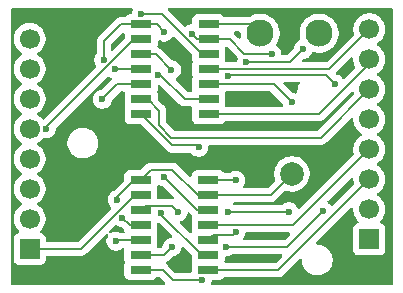
<source format=gbr>
%TF.GenerationSoftware,KiCad,Pcbnew,9.0.3*%
%TF.CreationDate,2025-08-21T17:44:14+02:00*%
%TF.ProjectId,Tri-State-Buffer,5472692d-5374-4617-9465-2d4275666665,rev?*%
%TF.SameCoordinates,Original*%
%TF.FileFunction,Copper,L1,Top*%
%TF.FilePolarity,Positive*%
%FSLAX46Y46*%
G04 Gerber Fmt 4.6, Leading zero omitted, Abs format (unit mm)*
G04 Created by KiCad (PCBNEW 9.0.3) date 2025-08-21 17:44:14*
%MOMM*%
%LPD*%
G01*
G04 APERTURE LIST*
%TA.AperFunction,ComponentPad*%
%ADD10R,1.700000X1.700000*%
%TD*%
%TA.AperFunction,ComponentPad*%
%ADD11C,1.700000*%
%TD*%
%TA.AperFunction,ComponentPad*%
%ADD12C,2.300000*%
%TD*%
%TA.AperFunction,SMDPad,CuDef*%
%ADD13R,1.800000X0.700000*%
%TD*%
%TA.AperFunction,ComponentPad*%
%ADD14C,2.000000*%
%TD*%
%TA.AperFunction,ViaPad*%
%ADD15C,0.600000*%
%TD*%
%TA.AperFunction,Conductor*%
%ADD16C,0.200000*%
%TD*%
G04 APERTURE END LIST*
D10*
%TO.P,J2,1,Pin_1*%
%TO.N,Q1*%
X64000000Y-50740000D03*
D11*
%TO.P,J2,2,Pin_2*%
%TO.N,Q2*%
X64000000Y-48200000D03*
%TO.P,J2,3,Pin_3*%
%TO.N,Q3*%
X64000000Y-45660000D03*
%TO.P,J2,4,Pin_4*%
%TO.N,Q4*%
X64000000Y-43120000D03*
%TO.P,J2,5,Pin_5*%
%TO.N,Q5*%
X64000000Y-40580000D03*
%TO.P,J2,6,Pin_6*%
%TO.N,Q6*%
X64000000Y-38040000D03*
%TO.P,J2,7,Pin_7*%
%TO.N,Q7*%
X64000000Y-35500000D03*
%TO.P,J2,8,Pin_8*%
%TO.N,Q8*%
X64000000Y-32960000D03*
%TD*%
D12*
%TO.P,U1,1,Vcc*%
%TO.N,VCC*%
X54750000Y-33300000D03*
%TO.P,U1,2,GND*%
%TO.N,GND*%
X59750000Y-33300000D03*
%TD*%
D13*
%TO.P,Buffer1,1,!OE1*%
%TO.N,!OE*%
X44650000Y-45730000D03*
%TO.P,Buffer1,2,A1*%
%TO.N,A1*%
X44650000Y-47000000D03*
%TO.P,Buffer1,3,Y1*%
%TO.N,Q1*%
X44650000Y-48270000D03*
%TO.P,Buffer1,4,!OE2*%
%TO.N,!OE*%
X44650000Y-49540000D03*
%TO.P,Buffer1,5,A2*%
%TO.N,A2*%
X44650000Y-50810000D03*
%TO.P,Buffer1,6,Y2*%
%TO.N,Q2*%
X44650000Y-52080000D03*
%TO.P,Buffer1,7,GND*%
%TO.N,GND*%
X44650000Y-53350000D03*
%TO.P,Buffer1,8,Y3*%
%TO.N,Q3*%
X50365000Y-53350000D03*
%TO.P,Buffer1,9,A3*%
%TO.N,A3*%
X50365000Y-52080000D03*
%TO.P,Buffer1,10,!OE3*%
%TO.N,!OE*%
X50365000Y-50810000D03*
%TO.P,Buffer1,11,Y4*%
%TO.N,Q4*%
X50365000Y-49540000D03*
%TO.P,Buffer1,12,A4*%
%TO.N,A4*%
X50365000Y-48270000D03*
%TO.P,Buffer1,13,!OE4*%
%TO.N,!OE*%
X50365000Y-47000000D03*
%TO.P,Buffer1,14,Vcc*%
%TO.N,VCC*%
X50365000Y-45730000D03*
%TD*%
D10*
%TO.P,J1,1,Pin_1*%
%TO.N,A1*%
X35250000Y-51550000D03*
D11*
%TO.P,J1,2,Pin_2*%
%TO.N,A2*%
X35250000Y-49010000D03*
%TO.P,J1,3,Pin_3*%
%TO.N,A3*%
X35250000Y-46470000D03*
%TO.P,J1,4,Pin_4*%
%TO.N,A4*%
X35250000Y-43930000D03*
%TO.P,J1,5,Pin_5*%
%TO.N,A5*%
X35250000Y-41390000D03*
%TO.P,J1,6,Pin_6*%
%TO.N,A6*%
X35250000Y-38850000D03*
%TO.P,J1,7,Pin_7*%
%TO.N,A7*%
X35250000Y-36310000D03*
%TO.P,J1,8,Pin_8*%
%TO.N,A8*%
X35250000Y-33770000D03*
%TD*%
D13*
%TO.P,Buffer2,1,!OE1*%
%TO.N,!OE*%
X44685000Y-32550000D03*
%TO.P,Buffer2,2,A1*%
%TO.N,A5*%
X44685000Y-33820000D03*
%TO.P,Buffer2,3,Y1*%
%TO.N,Q5*%
X44685000Y-35090000D03*
%TO.P,Buffer2,4,!OE2*%
%TO.N,!OE*%
X44685000Y-36360000D03*
%TO.P,Buffer2,5,A2*%
%TO.N,A6*%
X44685000Y-37630000D03*
%TO.P,Buffer2,6,Y2*%
%TO.N,Q6*%
X44685000Y-38900000D03*
%TO.P,Buffer2,7,GND*%
%TO.N,GND*%
X44685000Y-40170000D03*
%TO.P,Buffer2,8,Y3*%
%TO.N,Q7*%
X50400000Y-40170000D03*
%TO.P,Buffer2,9,A3*%
%TO.N,A7*%
X50400000Y-38900000D03*
%TO.P,Buffer2,10,!OE3*%
%TO.N,!OE*%
X50400000Y-37630000D03*
%TO.P,Buffer2,11,Y4*%
%TO.N,Q8*%
X50400000Y-36360000D03*
%TO.P,Buffer2,12,A4*%
%TO.N,A8*%
X50400000Y-35090000D03*
%TO.P,Buffer2,13,!OE4*%
%TO.N,!OE*%
X50400000Y-33820000D03*
%TO.P,Buffer2,14,Vcc*%
%TO.N,VCC*%
X50400000Y-32550000D03*
%TD*%
D14*
%TO.P,B1,1,1*%
%TO.N,!OE*%
X57450000Y-45200000D03*
%TD*%
D15*
%TO.N,!OE*%
X42655000Y-47378568D03*
X57450000Y-39150000D03*
X55750000Y-35050000D03*
X42435765Y-36335765D03*
X43099265Y-48899265D03*
X41509473Y-35565000D03*
X52688527Y-50140000D03*
X48952436Y-33343909D03*
X46650000Y-33200000D03*
%TO.N,Q1*%
X52000000Y-48450000D03*
X57200000Y-48400000D03*
X47800000Y-48450000D03*
%TO.N,VCC*%
X52700000Y-45750000D03*
%TO.N,GND*%
X53600000Y-35760000D03*
X49550000Y-42950000D03*
X58400000Y-34650000D03*
X49858472Y-54200002D03*
%TO.N,A4*%
X46600000Y-45450000D03*
%TO.N,A3*%
X46400000Y-48550000D03*
%TO.N,A2*%
X42550000Y-50900000D03*
%TO.N,Q2*%
X47300000Y-51400000D03*
X51850000Y-51400000D03*
X60100000Y-48350000D03*
%TO.N,A7*%
X46075893Y-36805000D03*
%TO.N,A8*%
X44705000Y-31700000D03*
%TO.N,A6*%
X41400000Y-38900000D03*
%TO.N,A5*%
X36650000Y-41390000D03*
%TO.N,Q5*%
X61075735Y-37575735D03*
X47250000Y-36400000D03*
X52050000Y-36960000D03*
%TD*%
D16*
%TO.N,Q5*%
X52050000Y-36960000D02*
X52210000Y-36800000D01*
X52210000Y-36800000D02*
X60300000Y-36800000D01*
X60300000Y-36800000D02*
X61075735Y-37575735D01*
%TO.N,Q7*%
X50400000Y-40170000D02*
X59730000Y-40170000D01*
X59730000Y-40170000D02*
X64000000Y-35900000D01*
X64000000Y-35900000D02*
X64000000Y-35500000D01*
%TO.N,!OE*%
X44100000Y-45730000D02*
X42655000Y-47175000D01*
X55650000Y-47000000D02*
X50365000Y-47000000D01*
X43099265Y-48899265D02*
X43740000Y-49540000D01*
X55930000Y-37630000D02*
X50400000Y-37630000D01*
X55750000Y-35050000D02*
X53400000Y-35050000D01*
X42655000Y-47175000D02*
X42655000Y-47378568D01*
X41509473Y-35565000D02*
X41509473Y-33990527D01*
X57450000Y-39150000D02*
X55930000Y-37630000D01*
X52170000Y-33820000D02*
X50400000Y-33820000D01*
X44650000Y-45730000D02*
X44100000Y-45730000D01*
X46650000Y-33200000D02*
X46000000Y-32550000D01*
X50400000Y-33820000D02*
X49428527Y-33820000D01*
X49428527Y-33820000D02*
X48952436Y-33343909D01*
X47325982Y-44849000D02*
X45531000Y-44849000D01*
X42460000Y-36360000D02*
X44685000Y-36360000D01*
X42950000Y-32550000D02*
X44685000Y-32550000D01*
X49476982Y-47000000D02*
X47325982Y-44849000D01*
X52688527Y-50140000D02*
X52428527Y-50400000D01*
X50775000Y-50400000D02*
X50365000Y-50810000D01*
X53400000Y-35050000D02*
X52170000Y-33820000D01*
X45531000Y-44849000D02*
X44650000Y-45730000D01*
X52428527Y-50400000D02*
X50775000Y-50400000D01*
X43740000Y-49540000D02*
X44650000Y-49540000D01*
X46000000Y-32550000D02*
X44685000Y-32550000D01*
X42435765Y-36335765D02*
X42460000Y-36360000D01*
X57450000Y-45200000D02*
X55650000Y-47000000D01*
X41509473Y-33990527D02*
X42950000Y-32550000D01*
X50365000Y-47000000D02*
X49476982Y-47000000D01*
%TO.N,Q4*%
X57580000Y-49540000D02*
X64000000Y-43120000D01*
X50365000Y-49540000D02*
X57580000Y-49540000D01*
%TO.N,Q1*%
X44971000Y-47949000D02*
X47299000Y-47949000D01*
X52000000Y-48450000D02*
X57150000Y-48450000D01*
X44650000Y-48270000D02*
X44971000Y-47949000D01*
X47299000Y-47949000D02*
X47800000Y-48450000D01*
X57150000Y-48450000D02*
X57200000Y-48400000D01*
%TO.N,VCC*%
X54750000Y-33300000D02*
X54000000Y-32550000D01*
X52700000Y-45750000D02*
X52680000Y-45730000D01*
X52680000Y-45730000D02*
X50365000Y-45730000D01*
X54000000Y-32550000D02*
X50400000Y-32550000D01*
%TO.N,Q3*%
X50365000Y-53350000D02*
X56310000Y-53350000D01*
X56310000Y-53350000D02*
X64000000Y-45660000D01*
%TO.N,GND*%
X57290000Y-35760000D02*
X53600000Y-35760000D01*
X44650000Y-53350000D02*
X46500000Y-53350000D01*
X47315000Y-42800000D02*
X49400000Y-42800000D01*
X49400000Y-42800000D02*
X49550000Y-42950000D01*
X47350002Y-54200002D02*
X49858472Y-54200002D01*
X46500000Y-53350000D02*
X47350002Y-54200002D01*
X44685000Y-40170000D02*
X47315000Y-42800000D01*
X58400000Y-34650000D02*
X57290000Y-35760000D01*
%TO.N,A1*%
X44150000Y-47000000D02*
X44650000Y-47000000D01*
X35250000Y-51550000D02*
X39600000Y-51550000D01*
X39600000Y-51550000D02*
X44150000Y-47000000D01*
%TO.N,A4*%
X50365000Y-48270000D02*
X49420000Y-48270000D01*
X49420000Y-48270000D02*
X46600000Y-45450000D01*
%TO.N,A3*%
X49815000Y-52080000D02*
X46400000Y-48665000D01*
X50365000Y-52080000D02*
X49815000Y-52080000D01*
X46400000Y-48665000D02*
X46400000Y-48550000D01*
%TO.N,A2*%
X42650000Y-50900000D02*
X42740000Y-50810000D01*
X42740000Y-50810000D02*
X44650000Y-50810000D01*
X42550000Y-50900000D02*
X42650000Y-50900000D01*
%TO.N,Q2*%
X46620000Y-52080000D02*
X47300000Y-51400000D01*
X44650000Y-52080000D02*
X46620000Y-52080000D01*
X57050000Y-51400000D02*
X60100000Y-48350000D01*
X51850000Y-51400000D02*
X57050000Y-51400000D01*
%TO.N,A7*%
X48400000Y-38900000D02*
X50400000Y-38900000D01*
X46305000Y-36805000D02*
X48400000Y-38900000D01*
X46075893Y-36805000D02*
X46305000Y-36805000D01*
%TO.N,A8*%
X50400000Y-35090000D02*
X49850000Y-35090000D01*
X46460000Y-31700000D02*
X44705000Y-31700000D01*
X49850000Y-35090000D02*
X46460000Y-31700000D01*
%TO.N,A6*%
X42670000Y-37630000D02*
X41400000Y-38900000D01*
X44685000Y-37630000D02*
X42670000Y-37630000D01*
%TO.N,A5*%
X36650000Y-41273000D02*
X36650000Y-41390000D01*
X44103000Y-33820000D02*
X36650000Y-41273000D01*
X44685000Y-33820000D02*
X44103000Y-33820000D01*
%TO.N,Q6*%
X46191050Y-41108950D02*
X47232100Y-42150000D01*
X59890000Y-42150000D02*
X64000000Y-38040000D01*
X45235000Y-38900000D02*
X46191050Y-39856050D01*
X44685000Y-38900000D02*
X45235000Y-38900000D01*
X47232100Y-42150000D02*
X59890000Y-42150000D01*
X46191050Y-39856050D02*
X46191050Y-41108950D01*
%TO.N,Q5*%
X44685000Y-35090000D02*
X45940000Y-35090000D01*
X45940000Y-35090000D02*
X47250000Y-36400000D01*
%TO.N,Q8*%
X60600000Y-36360000D02*
X64000000Y-32960000D01*
X50400000Y-36360000D02*
X60600000Y-36360000D01*
%TD*%
%TA.AperFunction,NonConductor*%
G36*
X52984185Y-33153050D02*
G01*
X52993147Y-33151762D01*
X53017187Y-33162740D01*
X53042539Y-33170185D01*
X53048466Y-33177025D01*
X53056703Y-33180787D01*
X53070992Y-33203021D01*
X53088294Y-33222989D01*
X53090581Y-33233503D01*
X53094477Y-33239565D01*
X53099500Y-33274500D01*
X53099500Y-33429902D01*
X53128317Y-33611849D01*
X53119362Y-33681143D01*
X53074366Y-33734595D01*
X53007614Y-33755234D01*
X52940301Y-33736509D01*
X52918163Y-33718928D01*
X52657590Y-33458355D01*
X52657588Y-33458352D01*
X52561417Y-33362181D01*
X52527932Y-33300858D01*
X52532916Y-33231166D01*
X52574788Y-33175233D01*
X52640252Y-33150816D01*
X52649098Y-33150500D01*
X52975500Y-33150500D01*
X52984185Y-33153050D01*
G37*
%TD.AperFunction*%
%TA.AperFunction,NonConductor*%
G36*
X43210023Y-33241724D02*
G01*
X43265957Y-33283596D01*
X43290374Y-33349060D01*
X43289980Y-33371157D01*
X43284500Y-33422127D01*
X43284500Y-33422132D01*
X43284500Y-33737901D01*
X43264815Y-33804940D01*
X43248181Y-33825582D01*
X42321654Y-34752109D01*
X42260331Y-34785594D01*
X42190639Y-34780610D01*
X42134706Y-34738738D01*
X42110289Y-34673274D01*
X42109973Y-34664428D01*
X42109973Y-34290624D01*
X42129658Y-34223585D01*
X42146292Y-34202943D01*
X42611334Y-33737901D01*
X43079011Y-33270223D01*
X43140332Y-33236740D01*
X43210023Y-33241724D01*
G37*
%TD.AperFunction*%
%TA.AperFunction,NonConductor*%
G36*
X51951040Y-34466122D02*
G01*
X51995387Y-34494622D01*
X52425812Y-34925048D01*
X52829376Y-35328612D01*
X52862861Y-35389935D01*
X52857877Y-35459627D01*
X52856257Y-35463744D01*
X52830263Y-35526501D01*
X52830262Y-35526504D01*
X52803769Y-35659692D01*
X52771384Y-35721603D01*
X52710668Y-35756177D01*
X52682152Y-35759500D01*
X51893607Y-35759500D01*
X51826568Y-35739815D01*
X51780813Y-35687011D01*
X51770869Y-35617853D01*
X51777425Y-35592167D01*
X51786820Y-35566977D01*
X51794091Y-35547483D01*
X51800500Y-35487873D01*
X51800499Y-34692128D01*
X51794091Y-34632517D01*
X51791524Y-34625636D01*
X51786541Y-34555946D01*
X51820025Y-34494623D01*
X51881348Y-34461138D01*
X51951040Y-34466122D01*
G37*
%TD.AperFunction*%
%TA.AperFunction,NonConductor*%
G36*
X62555398Y-35341953D02*
G01*
X62568834Y-35342914D01*
X62586560Y-35356184D01*
X62606703Y-35365383D01*
X62613985Y-35376714D01*
X62624767Y-35384786D01*
X62632504Y-35405531D01*
X62644477Y-35424161D01*
X62647628Y-35446079D01*
X62649184Y-35450250D01*
X62649500Y-35459096D01*
X62649500Y-35606287D01*
X62655448Y-35643842D01*
X62678848Y-35791585D01*
X62682754Y-35816243D01*
X62748443Y-36018412D01*
X62803373Y-36126220D01*
X62816269Y-36194887D01*
X62789993Y-36259628D01*
X62780569Y-36270194D01*
X61919638Y-37131125D01*
X61858315Y-37164610D01*
X61788623Y-37159626D01*
X61732690Y-37117754D01*
X61728855Y-37112335D01*
X61697524Y-37065446D01*
X61697521Y-37065442D01*
X61586027Y-36953948D01*
X61586023Y-36953945D01*
X61454920Y-36866344D01*
X61454907Y-36866337D01*
X61309236Y-36805999D01*
X61309230Y-36805997D01*
X61281530Y-36800487D01*
X61219620Y-36768100D01*
X61185048Y-36707383D01*
X61188789Y-36637614D01*
X61218042Y-36591191D01*
X62437819Y-35371415D01*
X62457255Y-35360802D01*
X62473989Y-35346302D01*
X62487320Y-35344385D01*
X62499142Y-35337930D01*
X62521228Y-35339509D01*
X62543147Y-35336358D01*
X62555398Y-35341953D01*
G37*
%TD.AperFunction*%
%TA.AperFunction,NonConductor*%
G36*
X47513707Y-33603192D02*
G01*
X47518525Y-33607760D01*
X48963181Y-35052416D01*
X48996666Y-35113739D01*
X48999500Y-35140097D01*
X48999500Y-35487869D01*
X48999501Y-35487876D01*
X49005909Y-35547484D01*
X49055955Y-35681668D01*
X49060939Y-35751360D01*
X49055955Y-35768332D01*
X49005909Y-35902514D01*
X49005908Y-35902516D01*
X48999501Y-35962116D01*
X48999500Y-35962135D01*
X48999500Y-36757870D01*
X48999501Y-36757876D01*
X49005909Y-36817484D01*
X49055955Y-36951668D01*
X49060939Y-37021360D01*
X49055955Y-37038332D01*
X49005909Y-37172514D01*
X49005908Y-37172516D01*
X48999501Y-37232116D01*
X48999500Y-37232135D01*
X48999500Y-38027870D01*
X48999501Y-38027876D01*
X49005908Y-38087483D01*
X49022575Y-38132167D01*
X49024763Y-38162775D01*
X49029131Y-38193147D01*
X49027233Y-38197302D01*
X49027559Y-38201858D01*
X49012855Y-38228784D01*
X49000106Y-38256703D01*
X48996262Y-38259173D01*
X48994074Y-38263181D01*
X48967146Y-38277884D01*
X48941328Y-38294477D01*
X48935127Y-38295368D01*
X48932751Y-38296666D01*
X48906393Y-38299500D01*
X48700097Y-38299500D01*
X48633058Y-38279815D01*
X48612416Y-38263181D01*
X47633781Y-37284546D01*
X47600296Y-37223223D01*
X47605280Y-37153531D01*
X47647152Y-37097598D01*
X47652539Y-37093784D01*
X47760289Y-37021789D01*
X47871789Y-36910289D01*
X47959394Y-36779179D01*
X48019737Y-36633497D01*
X48050500Y-36478842D01*
X48050500Y-36321158D01*
X48050500Y-36321155D01*
X48050499Y-36321153D01*
X48019737Y-36166503D01*
X48019735Y-36166498D01*
X47959397Y-36020827D01*
X47959390Y-36020814D01*
X47871789Y-35889711D01*
X47871786Y-35889707D01*
X47760292Y-35778213D01*
X47760288Y-35778210D01*
X47629185Y-35690609D01*
X47629172Y-35690602D01*
X47483501Y-35630264D01*
X47483491Y-35630261D01*
X47328151Y-35599362D01*
X47266241Y-35566977D01*
X47264662Y-35565426D01*
X46427590Y-34728355D01*
X46427588Y-34728352D01*
X46308717Y-34609481D01*
X46308709Y-34609475D01*
X46212934Y-34554180D01*
X46212930Y-34554178D01*
X46205873Y-34550104D01*
X46171785Y-34530423D01*
X46125669Y-34518065D01*
X46118176Y-34514965D01*
X46097025Y-34497931D01*
X46073838Y-34483798D01*
X46070215Y-34476340D01*
X46063759Y-34471141D01*
X46055173Y-34445373D01*
X46043310Y-34420950D01*
X46044140Y-34412258D01*
X46041673Y-34404854D01*
X46046748Y-34384941D01*
X46049411Y-34357057D01*
X46079091Y-34277483D01*
X46085500Y-34217873D01*
X46085499Y-34017218D01*
X46105183Y-33950180D01*
X46157987Y-33904425D01*
X46227145Y-33894481D01*
X46267953Y-33907861D01*
X46270825Y-33909396D01*
X46416498Y-33969735D01*
X46416503Y-33969737D01*
X46571153Y-34000499D01*
X46571156Y-34000500D01*
X46571158Y-34000500D01*
X46728844Y-34000500D01*
X46728845Y-34000499D01*
X46883497Y-33969737D01*
X47029179Y-33909394D01*
X47160289Y-33821789D01*
X47271789Y-33710289D01*
X47327742Y-33626550D01*
X47381354Y-33581745D01*
X47450679Y-33573038D01*
X47513707Y-33603192D01*
G37*
%TD.AperFunction*%
%TA.AperFunction,NonConductor*%
G36*
X58014735Y-37404047D02*
G01*
X58027279Y-37402970D01*
X58047623Y-37413704D01*
X58069694Y-37420185D01*
X58077938Y-37429699D01*
X58089074Y-37435575D01*
X58100386Y-37455605D01*
X58115449Y-37472989D01*
X58117240Y-37485450D01*
X58123432Y-37496413D01*
X58122119Y-37519377D01*
X58125393Y-37542147D01*
X58120067Y-37555269D01*
X58119444Y-37566169D01*
X58102974Y-37597385D01*
X58087712Y-37618390D01*
X57994781Y-37800776D01*
X57931522Y-37995465D01*
X57899500Y-38197648D01*
X57899500Y-38284155D01*
X57879815Y-38351194D01*
X57827011Y-38396949D01*
X57757853Y-38406893D01*
X57728048Y-38398716D01*
X57683501Y-38380264D01*
X57683491Y-38380261D01*
X57528151Y-38349362D01*
X57466241Y-38316977D01*
X57464662Y-38315426D01*
X57119444Y-37970208D01*
X56761415Y-37612180D01*
X56727931Y-37550858D01*
X56732915Y-37481167D01*
X56774786Y-37425233D01*
X56840251Y-37400816D01*
X56849097Y-37400500D01*
X58002655Y-37400500D01*
X58014735Y-37404047D01*
G37*
%TD.AperFunction*%
%TA.AperFunction,NonConductor*%
G36*
X55696942Y-38250185D02*
G01*
X55717584Y-38266819D01*
X56615425Y-39164660D01*
X56623895Y-39179994D01*
X56635995Y-39191862D01*
X56647093Y-39221992D01*
X56648649Y-39224809D01*
X56649500Y-39228546D01*
X56649500Y-39228842D01*
X56680263Y-39383497D01*
X56690305Y-39407741D01*
X56692634Y-39417968D01*
X56691100Y-39442788D01*
X56693759Y-39467517D01*
X56688982Y-39477058D01*
X56688325Y-39487705D01*
X56673617Y-39507754D01*
X56662484Y-39529996D01*
X56653307Y-39535440D01*
X56646998Y-39544042D01*
X56623783Y-39552957D01*
X56602395Y-39565648D01*
X56585077Y-39567823D01*
X56581774Y-39569092D01*
X56579210Y-39568560D01*
X56571729Y-39569500D01*
X51893607Y-39569500D01*
X51826568Y-39549815D01*
X51780813Y-39497011D01*
X51770869Y-39427853D01*
X51777425Y-39402167D01*
X51787360Y-39375530D01*
X51794091Y-39357483D01*
X51800500Y-39297873D01*
X51800499Y-38502128D01*
X51794091Y-38442517D01*
X51793378Y-38440606D01*
X51777425Y-38397833D01*
X51772441Y-38328142D01*
X51805926Y-38266819D01*
X51867249Y-38233334D01*
X51893607Y-38230500D01*
X55629903Y-38230500D01*
X55696942Y-38250185D01*
G37*
%TD.AperFunction*%
%TA.AperFunction,NonConductor*%
G36*
X46290701Y-37640383D02*
G01*
X46297180Y-37646415D01*
X47915139Y-39264374D01*
X47915149Y-39264385D01*
X47919479Y-39268715D01*
X47919480Y-39268716D01*
X48031284Y-39380520D01*
X48031286Y-39380521D01*
X48031290Y-39380524D01*
X48139136Y-39442788D01*
X48168216Y-39459577D01*
X48271807Y-39487334D01*
X48320942Y-39500500D01*
X48320943Y-39500500D01*
X48906393Y-39500500D01*
X48973432Y-39520185D01*
X49019187Y-39572989D01*
X49029131Y-39642147D01*
X49022575Y-39667833D01*
X49005908Y-39712517D01*
X48999501Y-39772116D01*
X48999500Y-39772135D01*
X48999500Y-40567870D01*
X48999501Y-40567876D01*
X49005908Y-40627483D01*
X49056202Y-40762328D01*
X49056206Y-40762335D01*
X49142452Y-40877544D01*
X49142455Y-40877547D01*
X49257664Y-40963793D01*
X49257671Y-40963797D01*
X49392517Y-41014091D01*
X49392516Y-41014091D01*
X49399444Y-41014835D01*
X49452127Y-41020500D01*
X51347872Y-41020499D01*
X51407483Y-41014091D01*
X51542331Y-40963796D01*
X51657546Y-40877546D01*
X51689238Y-40835211D01*
X51700485Y-40820188D01*
X51756419Y-40778318D01*
X51799751Y-40770500D01*
X59643331Y-40770500D01*
X59643347Y-40770501D01*
X59650943Y-40770501D01*
X59809054Y-40770501D01*
X59809057Y-40770501D01*
X59961785Y-40729577D01*
X60036765Y-40686287D01*
X60098716Y-40650520D01*
X60210520Y-40538716D01*
X60210520Y-40538714D01*
X60220724Y-40528511D01*
X60220727Y-40528506D01*
X62471053Y-38278181D01*
X62475791Y-38275594D01*
X62478772Y-38271088D01*
X62506137Y-38259024D01*
X62532374Y-38244698D01*
X62537761Y-38245083D01*
X62542705Y-38242904D01*
X62572240Y-38247549D01*
X62602066Y-38249682D01*
X62606391Y-38252920D01*
X62611726Y-38253759D01*
X62634059Y-38273632D01*
X62657999Y-38291554D01*
X62660961Y-38297571D01*
X62663922Y-38300206D01*
X62669156Y-38314216D01*
X62678159Y-38332501D01*
X62680086Y-38339400D01*
X62682754Y-38356243D01*
X62697284Y-38400962D01*
X62697987Y-38403478D01*
X62697559Y-38435922D01*
X62698486Y-38468364D01*
X62697099Y-38470778D01*
X62697066Y-38473342D01*
X62686164Y-38489823D01*
X62666241Y-38524522D01*
X59677584Y-41513181D01*
X59616261Y-41546666D01*
X59589903Y-41549500D01*
X47532197Y-41549500D01*
X47465158Y-41529815D01*
X47444516Y-41513181D01*
X46827869Y-40896534D01*
X46794384Y-40835211D01*
X46791550Y-40808853D01*
X46791550Y-39945109D01*
X46791551Y-39945096D01*
X46791551Y-39776995D01*
X46791551Y-39776993D01*
X46750627Y-39624265D01*
X46719008Y-39569500D01*
X46671570Y-39487334D01*
X46559766Y-39375530D01*
X46559765Y-39375529D01*
X46555435Y-39371199D01*
X46555424Y-39371189D01*
X46121818Y-38937583D01*
X46088333Y-38876260D01*
X46085499Y-38849902D01*
X46085499Y-38502129D01*
X46085498Y-38502123D01*
X46085497Y-38502116D01*
X46079091Y-38442517D01*
X46029042Y-38308330D01*
X46024059Y-38238642D01*
X46029039Y-38221678D01*
X46079091Y-38087483D01*
X46085500Y-38027873D01*
X46085499Y-37734094D01*
X46105183Y-37667057D01*
X46157987Y-37621302D01*
X46227146Y-37611358D01*
X46290701Y-37640383D01*
G37*
%TD.AperFunction*%
%TA.AperFunction,NonConductor*%
G36*
X46208575Y-46151805D02*
G01*
X46218044Y-46157539D01*
X46220814Y-46159390D01*
X46220827Y-46159397D01*
X46366498Y-46219735D01*
X46366503Y-46219737D01*
X46431147Y-46232595D01*
X46521849Y-46250638D01*
X46583760Y-46283023D01*
X46585339Y-46284574D01*
X47437583Y-47136818D01*
X47448194Y-47156251D01*
X47462696Y-47172987D01*
X47464613Y-47186319D01*
X47471068Y-47198141D01*
X47469488Y-47220227D01*
X47472640Y-47242145D01*
X47467044Y-47254397D01*
X47466084Y-47267833D01*
X47452814Y-47285558D01*
X47443616Y-47305701D01*
X47432283Y-47312984D01*
X47424212Y-47323766D01*
X47403467Y-47331503D01*
X47384838Y-47343476D01*
X47362918Y-47346627D01*
X47358748Y-47348183D01*
X47349903Y-47348499D01*
X47219943Y-47348499D01*
X47219939Y-47348499D01*
X47212332Y-47348500D01*
X47212331Y-47348499D01*
X47212331Y-47348500D01*
X46174500Y-47348500D01*
X46107461Y-47328815D01*
X46061706Y-47276011D01*
X46050500Y-47224500D01*
X46050499Y-46602129D01*
X46050498Y-46602123D01*
X46044091Y-46542518D01*
X46044091Y-46542517D01*
X45994042Y-46408330D01*
X45992157Y-46381975D01*
X45986541Y-46356155D01*
X45989378Y-46343110D01*
X45989059Y-46338642D01*
X45994040Y-46321675D01*
X46032969Y-46217302D01*
X46074838Y-46161372D01*
X46140302Y-46136954D01*
X46208575Y-46151805D01*
G37*
%TD.AperFunction*%
%TA.AperFunction,NonConductor*%
G36*
X62568834Y-45502914D02*
G01*
X62624767Y-45544786D01*
X62649184Y-45610250D01*
X62649500Y-45619096D01*
X62649500Y-45766287D01*
X62666127Y-45871265D01*
X62682754Y-45976244D01*
X62682754Y-45976247D01*
X62696491Y-46018523D01*
X62698486Y-46088364D01*
X62666241Y-46144522D01*
X60928470Y-47882293D01*
X60867147Y-47915778D01*
X60797455Y-47910794D01*
X60741522Y-47868922D01*
X60737687Y-47863504D01*
X60731971Y-47854949D01*
X60721789Y-47839711D01*
X60721788Y-47839710D01*
X60721786Y-47839707D01*
X60610292Y-47728213D01*
X60610288Y-47728210D01*
X60514560Y-47664246D01*
X60469755Y-47610634D01*
X60461048Y-47541309D01*
X60491203Y-47478281D01*
X60495751Y-47473482D01*
X62437819Y-45531415D01*
X62499142Y-45497930D01*
X62568834Y-45502914D01*
G37*
%TD.AperFunction*%
%TA.AperFunction,NonConductor*%
G36*
X42581615Y-49520132D02*
G01*
X42607170Y-49533211D01*
X42720086Y-49608659D01*
X42720088Y-49608660D01*
X42720092Y-49608662D01*
X42865763Y-49669000D01*
X42865768Y-49669002D01*
X42930412Y-49681860D01*
X43021114Y-49699903D01*
X43037870Y-49708667D01*
X43056350Y-49712688D01*
X43081388Y-49731432D01*
X43083025Y-49732288D01*
X43084604Y-49733839D01*
X43213853Y-49863088D01*
X43247338Y-49924411D01*
X43249462Y-49937515D01*
X43255908Y-49997483D01*
X43272575Y-50042167D01*
X43277559Y-50111858D01*
X43244074Y-50173181D01*
X43182751Y-50206666D01*
X43156393Y-50209500D01*
X42995071Y-50209500D01*
X42935361Y-50191967D01*
X42934553Y-50193479D01*
X42929181Y-50190607D01*
X42929179Y-50190606D01*
X42929176Y-50190605D01*
X42929171Y-50190602D01*
X42783501Y-50130264D01*
X42783489Y-50130261D01*
X42628845Y-50099500D01*
X42628842Y-50099500D01*
X42471158Y-50099500D01*
X42471155Y-50099500D01*
X42316510Y-50130261D01*
X42316498Y-50130264D01*
X42170827Y-50190602D01*
X42170816Y-50190608D01*
X42126104Y-50220484D01*
X42059426Y-50241361D01*
X41992046Y-50222876D01*
X41945357Y-50170897D01*
X41934181Y-50101926D01*
X41962067Y-50037863D01*
X41969522Y-50029711D01*
X42450602Y-49548631D01*
X42511923Y-49515148D01*
X42581615Y-49520132D01*
G37*
%TD.AperFunction*%
%TA.AperFunction,NonConductor*%
G36*
X48756123Y-48472530D02*
G01*
X48802551Y-48501786D01*
X48933069Y-48632304D01*
X48938786Y-48642774D01*
X48947996Y-48650360D01*
X48963455Y-48682089D01*
X48967325Y-48694147D01*
X48970909Y-48727483D01*
X49021204Y-48862331D01*
X49021386Y-48862574D01*
X49022840Y-48867104D01*
X49023644Y-48899269D01*
X49025939Y-48931360D01*
X49024511Y-48933973D01*
X49024586Y-48936951D01*
X49020955Y-48948332D01*
X48970909Y-49082514D01*
X48970908Y-49082516D01*
X48964501Y-49142116D01*
X48964500Y-49142135D01*
X48964500Y-49937870D01*
X48964501Y-49937876D01*
X48970908Y-49997483D01*
X49003216Y-50084104D01*
X49008200Y-50153796D01*
X48974715Y-50215119D01*
X48913391Y-50248603D01*
X48843700Y-50243618D01*
X48799353Y-50215118D01*
X48002422Y-49418187D01*
X47968937Y-49356864D01*
X47973921Y-49287172D01*
X48015793Y-49231239D01*
X48042648Y-49215946D01*
X48097262Y-49193325D01*
X48179173Y-49159397D01*
X48179176Y-49159395D01*
X48179179Y-49159394D01*
X48310289Y-49071789D01*
X48421789Y-48960289D01*
X48509394Y-48829179D01*
X48569737Y-48683497D01*
X48593253Y-48565276D01*
X48625638Y-48503365D01*
X48686353Y-48468791D01*
X48756123Y-48472530D01*
G37*
%TD.AperFunction*%
%TA.AperFunction,NonConductor*%
G36*
X57227942Y-50160185D02*
G01*
X57273697Y-50212989D01*
X57283641Y-50282147D01*
X57254616Y-50345703D01*
X57248584Y-50352181D01*
X56837584Y-50763181D01*
X56776261Y-50796666D01*
X56749903Y-50799500D01*
X53442605Y-50799500D01*
X53375566Y-50779815D01*
X53329811Y-50727011D01*
X53319867Y-50657853D01*
X53339503Y-50606609D01*
X53397917Y-50519185D01*
X53397917Y-50519184D01*
X53397921Y-50519179D01*
X53458264Y-50373497D01*
X53468998Y-50319533D01*
X53484758Y-50240308D01*
X53517143Y-50178397D01*
X53577859Y-50143823D01*
X53606375Y-50140500D01*
X57160903Y-50140500D01*
X57227942Y-50160185D01*
G37*
%TD.AperFunction*%
%TA.AperFunction,NonConductor*%
G36*
X41918115Y-36956632D02*
G01*
X41943670Y-36969711D01*
X42056586Y-37045159D01*
X42056588Y-37045160D01*
X42056592Y-37045162D01*
X42131926Y-37076366D01*
X42186330Y-37120207D01*
X42208395Y-37186501D01*
X42191116Y-37254200D01*
X42172155Y-37278608D01*
X41385339Y-38065425D01*
X41324016Y-38098910D01*
X41321850Y-38099361D01*
X41166508Y-38130261D01*
X41166498Y-38130264D01*
X41020827Y-38190602D01*
X41020814Y-38190609D01*
X40889711Y-38278210D01*
X40889707Y-38278213D01*
X40778213Y-38389707D01*
X40778210Y-38389711D01*
X40690609Y-38520814D01*
X40690602Y-38520827D01*
X40630264Y-38666498D01*
X40630261Y-38666510D01*
X40599500Y-38821153D01*
X40599500Y-38978846D01*
X40630261Y-39133489D01*
X40630264Y-39133501D01*
X40690602Y-39279172D01*
X40690609Y-39279185D01*
X40778210Y-39410288D01*
X40778213Y-39410292D01*
X40889707Y-39521786D01*
X40889711Y-39521789D01*
X41020814Y-39609390D01*
X41020827Y-39609397D01*
X41099894Y-39642147D01*
X41166503Y-39669737D01*
X41319690Y-39700208D01*
X41321153Y-39700499D01*
X41321156Y-39700500D01*
X41321158Y-39700500D01*
X41478844Y-39700500D01*
X41478845Y-39700499D01*
X41633497Y-39669737D01*
X41779179Y-39609394D01*
X41910289Y-39521789D01*
X42021789Y-39410289D01*
X42109394Y-39279179D01*
X42169737Y-39133497D01*
X42189113Y-39036085D01*
X42200638Y-38978150D01*
X42233023Y-38916239D01*
X42234518Y-38914716D01*
X42882416Y-38266819D01*
X42909343Y-38252115D01*
X42935162Y-38235523D01*
X42941362Y-38234631D01*
X42943739Y-38233334D01*
X42970097Y-38230500D01*
X43191393Y-38230500D01*
X43258432Y-38250185D01*
X43304187Y-38302989D01*
X43314131Y-38372147D01*
X43307575Y-38397833D01*
X43290908Y-38442517D01*
X43285823Y-38489823D01*
X43284501Y-38502123D01*
X43284500Y-38502135D01*
X43284500Y-39297870D01*
X43284501Y-39297876D01*
X43290909Y-39357484D01*
X43340955Y-39491668D01*
X43345939Y-39561360D01*
X43340955Y-39578332D01*
X43290909Y-39712514D01*
X43290908Y-39712516D01*
X43284501Y-39772116D01*
X43284500Y-39772135D01*
X43284500Y-40567870D01*
X43284501Y-40567876D01*
X43290908Y-40627483D01*
X43341202Y-40762328D01*
X43341206Y-40762335D01*
X43427452Y-40877544D01*
X43427455Y-40877547D01*
X43542664Y-40963793D01*
X43542671Y-40963797D01*
X43677517Y-41014091D01*
X43677516Y-41014091D01*
X43684444Y-41014835D01*
X43737127Y-41020500D01*
X44634902Y-41020499D01*
X44701941Y-41040183D01*
X44722582Y-41056817D01*
X46946284Y-43280520D01*
X46946286Y-43280521D01*
X46946290Y-43280524D01*
X47030575Y-43329185D01*
X47083216Y-43359577D01*
X47235943Y-43400501D01*
X47235945Y-43400501D01*
X47401654Y-43400501D01*
X47401670Y-43400500D01*
X48821982Y-43400500D01*
X48889021Y-43420185D01*
X48925086Y-43455612D01*
X48928211Y-43460290D01*
X49039707Y-43571786D01*
X49039711Y-43571789D01*
X49170814Y-43659390D01*
X49170827Y-43659397D01*
X49298517Y-43712287D01*
X49316503Y-43719737D01*
X49471153Y-43750499D01*
X49471156Y-43750500D01*
X49471158Y-43750500D01*
X49628844Y-43750500D01*
X49628845Y-43750499D01*
X49783497Y-43719737D01*
X49929179Y-43659394D01*
X50060289Y-43571789D01*
X50171789Y-43460289D01*
X50259394Y-43329179D01*
X50319737Y-43183497D01*
X50350500Y-43028842D01*
X50350500Y-42874500D01*
X50370185Y-42807461D01*
X50422989Y-42761706D01*
X50474500Y-42750500D01*
X59803331Y-42750500D01*
X59803347Y-42750501D01*
X59810943Y-42750501D01*
X59969054Y-42750501D01*
X59969057Y-42750501D01*
X60121785Y-42709577D01*
X60175710Y-42678443D01*
X60258716Y-42630520D01*
X60370520Y-42518716D01*
X60370520Y-42518714D01*
X60380724Y-42508511D01*
X60380727Y-42508506D01*
X62437820Y-40451413D01*
X62499142Y-40417930D01*
X62568834Y-40422914D01*
X62624767Y-40464786D01*
X62649184Y-40530250D01*
X62649500Y-40539096D01*
X62649500Y-40686284D01*
X62649499Y-40686284D01*
X62679793Y-40877548D01*
X62682754Y-40896243D01*
X62734928Y-41056818D01*
X62748444Y-41098414D01*
X62844951Y-41287820D01*
X62969890Y-41459786D01*
X63120213Y-41610109D01*
X63292182Y-41735050D01*
X63300946Y-41739516D01*
X63351742Y-41787491D01*
X63368536Y-41855312D01*
X63345998Y-41921447D01*
X63300946Y-41960484D01*
X63292182Y-41964949D01*
X63120213Y-42089890D01*
X62969890Y-42240213D01*
X62844951Y-42412179D01*
X62748444Y-42601585D01*
X62682753Y-42803760D01*
X62671549Y-42874500D01*
X62649500Y-43013713D01*
X62649500Y-43226287D01*
X62665797Y-43329179D01*
X62682754Y-43436244D01*
X62682754Y-43436247D01*
X62696491Y-43478523D01*
X62698486Y-43548364D01*
X62666241Y-43604522D01*
X58140362Y-48130401D01*
X58079039Y-48163886D01*
X58009347Y-48158902D01*
X57953414Y-48117030D01*
X57938120Y-48090172D01*
X57909397Y-48020826D01*
X57909390Y-48020814D01*
X57821789Y-47889711D01*
X57821786Y-47889707D01*
X57710292Y-47778213D01*
X57710288Y-47778210D01*
X57579185Y-47690609D01*
X57579172Y-47690602D01*
X57433501Y-47630264D01*
X57433489Y-47630261D01*
X57278845Y-47599500D01*
X57278842Y-47599500D01*
X57121158Y-47599500D01*
X57121155Y-47599500D01*
X56966510Y-47630261D01*
X56966498Y-47630264D01*
X56820827Y-47690602D01*
X56820814Y-47690609D01*
X56689711Y-47778210D01*
X56689707Y-47778213D01*
X56654742Y-47813180D01*
X56593420Y-47846666D01*
X56567060Y-47849500D01*
X52579766Y-47849500D01*
X52561628Y-47844174D01*
X52542728Y-47843839D01*
X52514484Y-47830331D01*
X52512727Y-47829815D01*
X52510888Y-47828611D01*
X52509391Y-47827611D01*
X52464579Y-47774004D01*
X52455863Y-47704680D01*
X52486010Y-47641649D01*
X52545449Y-47604922D01*
X52578269Y-47600500D01*
X55563331Y-47600500D01*
X55563347Y-47600501D01*
X55570943Y-47600501D01*
X55729054Y-47600501D01*
X55729057Y-47600501D01*
X55881785Y-47559577D01*
X55931904Y-47530639D01*
X56018716Y-47480520D01*
X56130520Y-47368716D01*
X56130520Y-47368714D01*
X56140728Y-47358507D01*
X56140730Y-47358504D01*
X56846437Y-46652796D01*
X56907758Y-46619313D01*
X56972433Y-46622547D01*
X57098632Y-46663553D01*
X57186110Y-46677408D01*
X57331903Y-46700500D01*
X57331908Y-46700500D01*
X57568097Y-46700500D01*
X57801368Y-46663553D01*
X57834468Y-46652798D01*
X58025992Y-46590568D01*
X58236433Y-46483343D01*
X58427510Y-46344517D01*
X58594517Y-46177510D01*
X58733343Y-45986433D01*
X58840568Y-45775992D01*
X58913553Y-45551368D01*
X58950500Y-45318097D01*
X58950500Y-45081902D01*
X58913553Y-44848631D01*
X58879689Y-44744412D01*
X58840568Y-44624008D01*
X58840566Y-44624005D01*
X58840566Y-44624003D01*
X58733342Y-44413566D01*
X58729620Y-44408443D01*
X58594517Y-44222490D01*
X58427510Y-44055483D01*
X58236433Y-43916657D01*
X58204723Y-43900500D01*
X58025996Y-43809433D01*
X57801368Y-43736446D01*
X57568097Y-43699500D01*
X57568092Y-43699500D01*
X57331908Y-43699500D01*
X57331903Y-43699500D01*
X57098631Y-43736446D01*
X56874003Y-43809433D01*
X56663566Y-43916657D01*
X56554550Y-43995862D01*
X56472490Y-44055483D01*
X56472488Y-44055485D01*
X56472487Y-44055485D01*
X56305485Y-44222487D01*
X56305485Y-44222488D01*
X56305483Y-44222490D01*
X56256852Y-44289425D01*
X56166657Y-44413566D01*
X56059433Y-44624003D01*
X55986446Y-44848631D01*
X55949500Y-45081902D01*
X55949500Y-45318097D01*
X55986447Y-45551369D01*
X55986447Y-45551372D01*
X56027450Y-45677564D01*
X56029445Y-45747405D01*
X55997200Y-45803563D01*
X55437584Y-46363181D01*
X55376261Y-46396666D01*
X55349903Y-46399500D01*
X53460759Y-46399500D01*
X53393720Y-46379815D01*
X53347965Y-46327011D01*
X53338021Y-46257853D01*
X53357657Y-46206609D01*
X53376496Y-46178414D01*
X53409394Y-46129179D01*
X53469737Y-45983497D01*
X53500500Y-45828842D01*
X53500500Y-45671158D01*
X53500500Y-45671155D01*
X53500499Y-45671153D01*
X53490144Y-45619096D01*
X53469737Y-45516503D01*
X53423949Y-45405960D01*
X53409397Y-45370827D01*
X53409390Y-45370814D01*
X53321789Y-45239711D01*
X53321786Y-45239707D01*
X53210292Y-45128213D01*
X53210288Y-45128210D01*
X53079185Y-45040609D01*
X53079172Y-45040602D01*
X52933501Y-44980264D01*
X52933489Y-44980261D01*
X52778845Y-44949500D01*
X52778842Y-44949500D01*
X52621158Y-44949500D01*
X52621155Y-44949500D01*
X52466510Y-44980261D01*
X52466498Y-44980264D01*
X52320827Y-45040602D01*
X52320814Y-45040609D01*
X52219057Y-45108602D01*
X52152379Y-45129480D01*
X52150166Y-45129500D01*
X51764751Y-45129500D01*
X51697712Y-45109815D01*
X51665485Y-45079812D01*
X51622548Y-45022457D01*
X51622546Y-45022454D01*
X51622542Y-45022451D01*
X51507335Y-44936206D01*
X51507328Y-44936202D01*
X51372482Y-44885908D01*
X51372483Y-44885908D01*
X51312883Y-44879501D01*
X51312881Y-44879500D01*
X51312873Y-44879500D01*
X51312864Y-44879500D01*
X49417129Y-44879500D01*
X49417123Y-44879501D01*
X49357516Y-44885908D01*
X49222671Y-44936202D01*
X49222664Y-44936206D01*
X49107455Y-45022452D01*
X49107452Y-45022455D01*
X49021206Y-45137664D01*
X49021202Y-45137671D01*
X48970908Y-45272517D01*
X48964501Y-45332116D01*
X48964500Y-45332135D01*
X48964500Y-45338921D01*
X48944815Y-45405960D01*
X48892011Y-45451715D01*
X48822853Y-45461659D01*
X48759297Y-45432634D01*
X48752819Y-45426602D01*
X47813572Y-44487355D01*
X47813570Y-44487352D01*
X47694699Y-44368481D01*
X47694698Y-44368480D01*
X47607886Y-44318360D01*
X47607886Y-44318359D01*
X47607882Y-44318358D01*
X47557767Y-44289423D01*
X47405039Y-44248499D01*
X47246925Y-44248499D01*
X47239329Y-44248499D01*
X47239313Y-44248500D01*
X45610057Y-44248500D01*
X45451943Y-44248500D01*
X45299215Y-44289423D01*
X45299214Y-44289423D01*
X45299212Y-44289424D01*
X45299209Y-44289425D01*
X45249096Y-44318359D01*
X45249095Y-44318360D01*
X45248756Y-44318556D01*
X45162285Y-44368479D01*
X45162282Y-44368481D01*
X45050478Y-44480286D01*
X44687582Y-44843181D01*
X44626259Y-44876666D01*
X44599901Y-44879500D01*
X43702129Y-44879500D01*
X43702123Y-44879501D01*
X43642516Y-44885908D01*
X43507671Y-44936202D01*
X43507664Y-44936206D01*
X43392455Y-45022452D01*
X43392452Y-45022455D01*
X43306206Y-45137664D01*
X43306202Y-45137671D01*
X43255908Y-45272517D01*
X43249501Y-45332116D01*
X43249500Y-45332135D01*
X43249500Y-45679901D01*
X43229815Y-45746940D01*
X43213181Y-45767582D01*
X42354324Y-46626439D01*
X42314097Y-46653318D01*
X42275829Y-46669169D01*
X42275814Y-46669177D01*
X42144711Y-46756778D01*
X42144707Y-46756781D01*
X42033213Y-46868275D01*
X42033210Y-46868279D01*
X41945609Y-46999382D01*
X41945602Y-46999395D01*
X41885264Y-47145066D01*
X41885261Y-47145078D01*
X41854500Y-47299721D01*
X41854500Y-47457414D01*
X41885261Y-47612057D01*
X41885264Y-47612069D01*
X41945602Y-47757740D01*
X41945609Y-47757753D01*
X42033210Y-47888856D01*
X42033213Y-47888860D01*
X42134877Y-47990524D01*
X42168362Y-48051847D01*
X42163378Y-48121539D01*
X42134877Y-48165886D01*
X39387584Y-50913181D01*
X39326261Y-50946666D01*
X39299903Y-50949500D01*
X36724499Y-50949500D01*
X36657460Y-50929815D01*
X36611705Y-50877011D01*
X36600499Y-50825500D01*
X36600499Y-50652129D01*
X36600498Y-50652123D01*
X36600497Y-50652116D01*
X36594091Y-50592517D01*
X36588896Y-50578589D01*
X36543797Y-50457671D01*
X36543793Y-50457664D01*
X36457547Y-50342455D01*
X36457544Y-50342452D01*
X36342335Y-50256206D01*
X36342328Y-50256202D01*
X36210917Y-50207189D01*
X36154983Y-50165318D01*
X36130566Y-50099853D01*
X36145418Y-50031580D01*
X36166563Y-50003332D01*
X36280104Y-49889792D01*
X36299506Y-49863088D01*
X36393410Y-49733839D01*
X36405051Y-49717816D01*
X36501557Y-49528412D01*
X36567246Y-49326243D01*
X36600500Y-49116287D01*
X36600500Y-48903713D01*
X36567246Y-48693757D01*
X36501557Y-48491588D01*
X36405051Y-48302184D01*
X36405049Y-48302181D01*
X36405048Y-48302179D01*
X36280109Y-48130213D01*
X36129786Y-47979890D01*
X35957820Y-47854951D01*
X35957115Y-47854591D01*
X35949054Y-47850485D01*
X35898259Y-47802512D01*
X35881463Y-47734692D01*
X35903999Y-47668556D01*
X35949054Y-47629515D01*
X35957816Y-47625051D01*
X36047934Y-47559577D01*
X36129786Y-47500109D01*
X36129788Y-47500106D01*
X36129792Y-47500104D01*
X36280104Y-47349792D01*
X36280106Y-47349788D01*
X36280109Y-47349786D01*
X36405048Y-47177820D01*
X36405047Y-47177820D01*
X36405051Y-47177816D01*
X36501557Y-46988412D01*
X36567246Y-46786243D01*
X36600500Y-46576287D01*
X36600500Y-46363713D01*
X36567246Y-46153757D01*
X36501557Y-45951588D01*
X36405051Y-45762184D01*
X36405049Y-45762181D01*
X36405048Y-45762179D01*
X36280109Y-45590213D01*
X36129786Y-45439890D01*
X35957820Y-45314951D01*
X35957115Y-45314591D01*
X35949054Y-45310485D01*
X35898259Y-45262512D01*
X35881463Y-45194692D01*
X35903999Y-45128556D01*
X35949054Y-45089515D01*
X35957816Y-45085051D01*
X36043978Y-45022451D01*
X36129786Y-44960109D01*
X36129788Y-44960106D01*
X36129792Y-44960104D01*
X36280104Y-44809792D01*
X36280106Y-44809788D01*
X36280109Y-44809786D01*
X36405048Y-44637820D01*
X36405047Y-44637820D01*
X36405051Y-44637816D01*
X36501557Y-44448412D01*
X36567246Y-44246243D01*
X36600500Y-44036287D01*
X36600500Y-43823713D01*
X36567246Y-43613757D01*
X36501557Y-43411588D01*
X36405051Y-43222184D01*
X36405049Y-43222181D01*
X36405048Y-43222179D01*
X36280109Y-43050213D01*
X36129786Y-42899890D01*
X35957820Y-42774951D01*
X35957115Y-42774591D01*
X35949054Y-42770485D01*
X35898259Y-42722512D01*
X35881463Y-42654692D01*
X35903999Y-42588556D01*
X35949054Y-42549515D01*
X35957816Y-42545051D01*
X35994067Y-42518713D01*
X36023061Y-42497648D01*
X38449500Y-42497648D01*
X38449500Y-42702351D01*
X38481522Y-42904534D01*
X38544781Y-43099223D01*
X38637715Y-43281613D01*
X38758028Y-43447213D01*
X38902786Y-43591971D01*
X39050790Y-43699500D01*
X39068390Y-43712287D01*
X39184607Y-43771503D01*
X39250776Y-43805218D01*
X39250778Y-43805218D01*
X39250781Y-43805220D01*
X39320337Y-43827820D01*
X39445465Y-43868477D01*
X39546557Y-43884488D01*
X39647648Y-43900500D01*
X39647649Y-43900500D01*
X39852351Y-43900500D01*
X39852352Y-43900500D01*
X40054534Y-43868477D01*
X40249219Y-43805220D01*
X40431610Y-43712287D01*
X40567222Y-43613760D01*
X40597213Y-43591971D01*
X40597215Y-43591968D01*
X40597219Y-43591966D01*
X40741966Y-43447219D01*
X40741968Y-43447215D01*
X40741971Y-43447213D01*
X40827731Y-43329172D01*
X40862287Y-43281610D01*
X40955220Y-43099219D01*
X41018477Y-42904534D01*
X41050500Y-42702352D01*
X41050500Y-42497648D01*
X41018477Y-42295466D01*
X41010135Y-42269793D01*
X40978192Y-42171481D01*
X40955220Y-42100781D01*
X40955218Y-42100778D01*
X40955218Y-42100776D01*
X40909875Y-42011786D01*
X40862287Y-41918390D01*
X40816459Y-41855312D01*
X40741971Y-41752786D01*
X40597213Y-41608028D01*
X40431613Y-41487715D01*
X40431612Y-41487714D01*
X40431610Y-41487713D01*
X40374653Y-41458691D01*
X40249223Y-41394781D01*
X40054534Y-41331522D01*
X39879995Y-41303878D01*
X39852352Y-41299500D01*
X39647648Y-41299500D01*
X39623329Y-41303351D01*
X39445465Y-41331522D01*
X39250776Y-41394781D01*
X39068386Y-41487715D01*
X38902786Y-41608028D01*
X38758028Y-41752786D01*
X38637715Y-41918386D01*
X38544781Y-42100776D01*
X38481522Y-42295465D01*
X38449500Y-42497648D01*
X36023061Y-42497648D01*
X36129786Y-42420109D01*
X36129788Y-42420106D01*
X36129792Y-42420104D01*
X36280104Y-42269792D01*
X36320532Y-42214145D01*
X36375860Y-42171481D01*
X36445042Y-42165414D01*
X36571155Y-42190500D01*
X36571158Y-42190500D01*
X36728844Y-42190500D01*
X36728845Y-42190499D01*
X36883497Y-42159737D01*
X36996166Y-42113067D01*
X37029172Y-42099397D01*
X37029172Y-42099396D01*
X37029179Y-42099394D01*
X37160289Y-42011789D01*
X37271789Y-41900289D01*
X37359394Y-41769179D01*
X37419737Y-41623497D01*
X37450500Y-41468842D01*
X37450500Y-41373096D01*
X37470185Y-41306057D01*
X37486814Y-41285420D01*
X41787102Y-36985131D01*
X41848423Y-36951648D01*
X41918115Y-36956632D01*
G37*
%TD.AperFunction*%
%TA.AperFunction,NonConductor*%
G36*
X46255702Y-49370383D02*
G01*
X46262180Y-49376415D01*
X47277406Y-50391641D01*
X47310891Y-50452964D01*
X47305907Y-50522656D01*
X47264035Y-50578589D01*
X47213917Y-50600939D01*
X47066508Y-50630261D01*
X47066498Y-50630264D01*
X46920827Y-50690602D01*
X46920814Y-50690609D01*
X46789711Y-50778210D01*
X46789707Y-50778213D01*
X46678213Y-50889707D01*
X46678210Y-50889711D01*
X46590609Y-51020814D01*
X46590602Y-51020827D01*
X46530264Y-51166498D01*
X46530261Y-51166508D01*
X46499361Y-51321850D01*
X46490596Y-51338605D01*
X46486577Y-51357084D01*
X46467832Y-51382122D01*
X46466976Y-51383761D01*
X46465426Y-51385338D01*
X46407585Y-51443180D01*
X46346262Y-51476666D01*
X46319903Y-51479500D01*
X46143607Y-51479500D01*
X46076568Y-51459815D01*
X46030813Y-51407011D01*
X46020869Y-51337853D01*
X46027425Y-51312167D01*
X46028935Y-51308117D01*
X46044091Y-51267483D01*
X46050500Y-51207873D01*
X46050499Y-50412128D01*
X46044091Y-50352517D01*
X45994042Y-50218330D01*
X45989059Y-50148642D01*
X45994039Y-50131678D01*
X46044091Y-49997483D01*
X46050500Y-49937873D01*
X46050499Y-49464095D01*
X46070183Y-49397057D01*
X46122987Y-49351302D01*
X46192146Y-49341358D01*
X46255702Y-49370383D01*
G37*
%TD.AperFunction*%
%TA.AperFunction,NonConductor*%
G36*
X56577942Y-52020185D02*
G01*
X56623697Y-52072989D01*
X56633641Y-52142147D01*
X56604616Y-52205703D01*
X56598584Y-52212181D01*
X56097584Y-52713181D01*
X56036261Y-52746666D01*
X56009903Y-52749500D01*
X51858607Y-52749500D01*
X51791568Y-52729815D01*
X51745813Y-52677011D01*
X51735869Y-52607853D01*
X51742425Y-52582167D01*
X51743099Y-52580358D01*
X51759091Y-52537483D01*
X51765500Y-52477873D01*
X51765499Y-52324499D01*
X51785183Y-52257461D01*
X51837987Y-52211706D01*
X51889499Y-52200500D01*
X51928844Y-52200500D01*
X51928845Y-52200499D01*
X52083497Y-52169737D01*
X52229179Y-52109394D01*
X52257456Y-52090500D01*
X52360875Y-52021398D01*
X52427553Y-52000520D01*
X52429766Y-52000500D01*
X56510903Y-52000500D01*
X56577942Y-52020185D01*
G37*
%TD.AperFunction*%
%TA.AperFunction,NonConductor*%
G36*
X48261930Y-51393337D02*
G01*
X48308358Y-51422593D01*
X48928181Y-52042416D01*
X48961666Y-52103739D01*
X48964500Y-52130097D01*
X48964500Y-52477869D01*
X48964501Y-52477876D01*
X48970909Y-52537484D01*
X49020955Y-52671668D01*
X49025939Y-52741360D01*
X49020955Y-52758332D01*
X48970910Y-52892511D01*
X48970910Y-52892514D01*
X48970909Y-52892517D01*
X48964500Y-52952127D01*
X48964500Y-52952134D01*
X48964500Y-52952135D01*
X48964500Y-52952136D01*
X48964501Y-53475502D01*
X48944817Y-53542541D01*
X48892013Y-53588296D01*
X48840501Y-53599502D01*
X47650099Y-53599502D01*
X47583060Y-53579817D01*
X47562418Y-53563183D01*
X46987590Y-52988355D01*
X46987588Y-52988352D01*
X46868717Y-52869481D01*
X46868712Y-52869477D01*
X46847149Y-52857028D01*
X46798934Y-52806461D01*
X46785710Y-52737854D01*
X46811678Y-52672990D01*
X46847148Y-52642254D01*
X46851784Y-52639577D01*
X46851785Y-52639577D01*
X46916260Y-52602352D01*
X46988716Y-52560520D01*
X47100520Y-52448716D01*
X47100520Y-52448714D01*
X47110724Y-52438511D01*
X47110727Y-52438506D01*
X47314661Y-52234572D01*
X47375983Y-52201089D01*
X47378150Y-52200638D01*
X47436085Y-52189113D01*
X47533497Y-52169737D01*
X47679179Y-52109394D01*
X47810289Y-52021789D01*
X47921789Y-51910289D01*
X48009394Y-51779179D01*
X48069737Y-51633497D01*
X48092209Y-51520522D01*
X48099060Y-51486083D01*
X48131445Y-51424172D01*
X48192160Y-51389598D01*
X48261930Y-51393337D01*
G37*
%TD.AperFunction*%
%TA.AperFunction,NonConductor*%
G36*
X65942539Y-31170185D02*
G01*
X65988294Y-31222989D01*
X65999500Y-31274500D01*
X65999500Y-54475500D01*
X65979815Y-54542539D01*
X65927011Y-54588294D01*
X65875500Y-54599500D01*
X50745028Y-54599500D01*
X50677989Y-54579815D01*
X50632234Y-54527011D01*
X50622290Y-54457853D01*
X50623608Y-54450338D01*
X50625984Y-54438868D01*
X50628209Y-54433499D01*
X50654791Y-54299858D01*
X50654900Y-54299337D01*
X50671138Y-54268888D01*
X50687088Y-54238397D01*
X50687535Y-54238142D01*
X50687778Y-54237687D01*
X50717900Y-54220851D01*
X50747804Y-54203823D01*
X50748515Y-54203740D01*
X50748768Y-54203599D01*
X50749394Y-54203637D01*
X50776320Y-54200499D01*
X51312871Y-54200499D01*
X51312872Y-54200499D01*
X51372483Y-54194091D01*
X51507331Y-54143796D01*
X51622546Y-54057546D01*
X51649227Y-54021903D01*
X51665485Y-54000188D01*
X51721419Y-53958318D01*
X51764751Y-53950500D01*
X56223331Y-53950500D01*
X56223347Y-53950501D01*
X56230943Y-53950501D01*
X56389054Y-53950501D01*
X56389057Y-53950501D01*
X56541785Y-53909577D01*
X56591904Y-53880639D01*
X56678716Y-53830520D01*
X56790520Y-53718716D01*
X56790520Y-53718714D01*
X56800728Y-53708507D01*
X56800730Y-53708504D01*
X58087819Y-52421415D01*
X58149142Y-52387930D01*
X58218834Y-52392914D01*
X58274767Y-52434786D01*
X58299184Y-52500250D01*
X58299500Y-52509096D01*
X58299500Y-52602349D01*
X58299499Y-52602349D01*
X58331522Y-52804534D01*
X58394781Y-52999223D01*
X58487715Y-53181613D01*
X58608028Y-53347213D01*
X58752786Y-53491971D01*
X58885369Y-53588296D01*
X58918390Y-53612287D01*
X59034607Y-53671503D01*
X59100776Y-53705218D01*
X59100778Y-53705218D01*
X59100781Y-53705220D01*
X59205137Y-53739127D01*
X59295465Y-53768477D01*
X59396557Y-53784488D01*
X59497648Y-53800500D01*
X59497649Y-53800500D01*
X59702351Y-53800500D01*
X59702352Y-53800500D01*
X59904534Y-53768477D01*
X60099219Y-53705220D01*
X60281610Y-53612287D01*
X60377608Y-53542541D01*
X60447213Y-53491971D01*
X60447215Y-53491968D01*
X60447219Y-53491966D01*
X60591966Y-53347219D01*
X60591968Y-53347215D01*
X60591971Y-53347213D01*
X60644732Y-53274590D01*
X60712287Y-53181610D01*
X60805220Y-52999219D01*
X60868477Y-52804534D01*
X60900500Y-52602352D01*
X60900500Y-52397648D01*
X60898961Y-52387930D01*
X60868477Y-52195465D01*
X60818748Y-52042416D01*
X60805220Y-52000781D01*
X60805218Y-52000778D01*
X60805218Y-52000776D01*
X60758201Y-51908501D01*
X60712287Y-51818390D01*
X60683794Y-51779172D01*
X60591971Y-51652786D01*
X60447213Y-51508028D01*
X60281613Y-51387715D01*
X60281612Y-51387714D01*
X60281610Y-51387713D01*
X60210077Y-51351265D01*
X60099223Y-51294781D01*
X59904534Y-51231522D01*
X59729995Y-51203878D01*
X59702352Y-51199500D01*
X59609096Y-51199500D01*
X59542057Y-51179815D01*
X59496302Y-51127011D01*
X59486358Y-51057853D01*
X59515383Y-50994297D01*
X59521415Y-50987819D01*
X62437819Y-48071415D01*
X62499142Y-48037930D01*
X62568834Y-48042914D01*
X62624767Y-48084786D01*
X62649184Y-48150250D01*
X62649500Y-48159096D01*
X62649500Y-48306286D01*
X62678848Y-48491585D01*
X62682754Y-48516243D01*
X62737098Y-48683497D01*
X62748444Y-48718414D01*
X62844951Y-48907820D01*
X62969890Y-49079786D01*
X63083430Y-49193326D01*
X63116915Y-49254649D01*
X63111931Y-49324341D01*
X63070059Y-49380274D01*
X63039083Y-49397189D01*
X62907669Y-49446203D01*
X62907664Y-49446206D01*
X62792455Y-49532452D01*
X62792452Y-49532455D01*
X62706206Y-49647664D01*
X62706202Y-49647671D01*
X62655908Y-49782517D01*
X62649501Y-49842116D01*
X62649501Y-49842123D01*
X62649500Y-49842135D01*
X62649500Y-51637870D01*
X62649501Y-51637876D01*
X62655908Y-51697483D01*
X62706202Y-51832328D01*
X62706206Y-51832335D01*
X62792452Y-51947544D01*
X62792455Y-51947547D01*
X62907664Y-52033793D01*
X62907671Y-52033797D01*
X63042517Y-52084091D01*
X63042516Y-52084091D01*
X63049444Y-52084835D01*
X63102127Y-52090500D01*
X64897872Y-52090499D01*
X64957483Y-52084091D01*
X65092331Y-52033796D01*
X65207546Y-51947546D01*
X65293796Y-51832331D01*
X65344091Y-51697483D01*
X65350500Y-51637873D01*
X65350499Y-49842128D01*
X65344091Y-49782517D01*
X65325935Y-49733839D01*
X65293797Y-49647671D01*
X65293793Y-49647664D01*
X65207547Y-49532455D01*
X65207544Y-49532452D01*
X65092335Y-49446206D01*
X65092328Y-49446202D01*
X64960917Y-49397189D01*
X64904983Y-49355318D01*
X64880566Y-49289853D01*
X64895418Y-49221580D01*
X64916563Y-49193332D01*
X65030104Y-49079792D01*
X65035919Y-49071789D01*
X65155048Y-48907820D01*
X65155047Y-48907820D01*
X65155051Y-48907816D01*
X65251557Y-48718412D01*
X65317246Y-48516243D01*
X65350500Y-48306287D01*
X65350500Y-48093713D01*
X65317246Y-47883757D01*
X65251557Y-47681588D01*
X65155051Y-47492184D01*
X65155049Y-47492181D01*
X65155048Y-47492179D01*
X65030109Y-47320213D01*
X64879786Y-47169890D01*
X64707820Y-47044951D01*
X64707115Y-47044591D01*
X64699054Y-47040485D01*
X64648259Y-46992512D01*
X64631463Y-46924692D01*
X64653999Y-46858556D01*
X64699054Y-46819515D01*
X64707816Y-46815051D01*
X64747473Y-46786239D01*
X64879786Y-46690109D01*
X64879788Y-46690106D01*
X64879792Y-46690104D01*
X65030104Y-46539792D01*
X65030106Y-46539788D01*
X65030109Y-46539786D01*
X65155048Y-46367820D01*
X65155047Y-46367820D01*
X65155051Y-46367816D01*
X65251557Y-46178412D01*
X65317246Y-45976243D01*
X65350500Y-45766287D01*
X65350500Y-45553713D01*
X65317246Y-45343757D01*
X65251557Y-45141588D01*
X65155051Y-44952184D01*
X65155049Y-44952181D01*
X65155048Y-44952179D01*
X65030109Y-44780213D01*
X64879786Y-44629890D01*
X64707820Y-44504951D01*
X64707115Y-44504591D01*
X64699054Y-44500485D01*
X64648259Y-44452512D01*
X64631463Y-44384692D01*
X64653999Y-44318556D01*
X64699054Y-44279515D01*
X64707816Y-44275051D01*
X64780161Y-44222490D01*
X64879786Y-44150109D01*
X64879788Y-44150106D01*
X64879792Y-44150104D01*
X65030104Y-43999792D01*
X65030106Y-43999788D01*
X65030109Y-43999786D01*
X65155048Y-43827820D01*
X65155047Y-43827820D01*
X65155051Y-43827816D01*
X65251557Y-43638412D01*
X65317246Y-43436243D01*
X65350500Y-43226287D01*
X65350500Y-43013713D01*
X65317246Y-42803757D01*
X65251557Y-42601588D01*
X65155051Y-42412184D01*
X65155049Y-42412181D01*
X65155048Y-42412179D01*
X65030109Y-42240213D01*
X64879786Y-42089890D01*
X64707820Y-41964951D01*
X64707115Y-41964591D01*
X64699054Y-41960485D01*
X64648259Y-41912512D01*
X64631463Y-41844692D01*
X64653999Y-41778556D01*
X64699054Y-41739515D01*
X64707816Y-41735051D01*
X64747473Y-41706239D01*
X64879786Y-41610109D01*
X64879788Y-41610106D01*
X64879792Y-41610104D01*
X65030104Y-41459792D01*
X65030106Y-41459788D01*
X65030109Y-41459786D01*
X65155048Y-41287820D01*
X65155047Y-41287820D01*
X65155051Y-41287816D01*
X65251557Y-41098412D01*
X65317246Y-40896243D01*
X65350500Y-40686287D01*
X65350500Y-40473713D01*
X65317246Y-40263757D01*
X65251557Y-40061588D01*
X65155051Y-39872184D01*
X65155049Y-39872181D01*
X65155048Y-39872179D01*
X65030109Y-39700213D01*
X64879786Y-39549890D01*
X64707820Y-39424951D01*
X64707115Y-39424591D01*
X64699054Y-39420485D01*
X64648259Y-39372512D01*
X64631463Y-39304692D01*
X64653999Y-39238556D01*
X64699054Y-39199515D01*
X64707816Y-39195051D01*
X64792533Y-39133501D01*
X64879786Y-39070109D01*
X64879788Y-39070106D01*
X64879792Y-39070104D01*
X65030104Y-38919792D01*
X65030106Y-38919788D01*
X65030109Y-38919786D01*
X65155048Y-38747820D01*
X65155047Y-38747820D01*
X65155051Y-38747816D01*
X65251557Y-38558412D01*
X65317246Y-38356243D01*
X65350500Y-38146287D01*
X65350500Y-37933713D01*
X65317246Y-37723757D01*
X65251557Y-37521588D01*
X65155051Y-37332184D01*
X65155049Y-37332181D01*
X65155048Y-37332179D01*
X65030109Y-37160213D01*
X64879786Y-37009890D01*
X64707820Y-36884951D01*
X64707115Y-36884591D01*
X64699054Y-36880485D01*
X64648259Y-36832512D01*
X64631463Y-36764692D01*
X64653999Y-36698556D01*
X64699054Y-36659515D01*
X64707816Y-36655051D01*
X64747473Y-36626239D01*
X64879786Y-36530109D01*
X64879788Y-36530106D01*
X64879792Y-36530104D01*
X65030104Y-36379792D01*
X65030106Y-36379788D01*
X65030109Y-36379786D01*
X65155048Y-36207820D01*
X65155047Y-36207820D01*
X65155051Y-36207816D01*
X65251557Y-36018412D01*
X65317246Y-35816243D01*
X65350500Y-35606287D01*
X65350500Y-35393713D01*
X65317246Y-35183757D01*
X65251557Y-34981588D01*
X65155051Y-34792184D01*
X65155049Y-34792181D01*
X65155048Y-34792179D01*
X65030109Y-34620213D01*
X64879786Y-34469890D01*
X64707820Y-34344951D01*
X64699292Y-34340606D01*
X64699054Y-34340485D01*
X64648259Y-34292512D01*
X64631463Y-34224692D01*
X64653999Y-34158556D01*
X64699054Y-34119515D01*
X64707816Y-34115051D01*
X64756648Y-34079573D01*
X64879786Y-33990109D01*
X64879788Y-33990106D01*
X64879792Y-33990104D01*
X65030104Y-33839792D01*
X65030106Y-33839788D01*
X65030109Y-33839786D01*
X65155048Y-33667820D01*
X65155047Y-33667820D01*
X65155051Y-33667816D01*
X65251557Y-33478412D01*
X65317246Y-33276243D01*
X65350500Y-33066287D01*
X65350500Y-32853713D01*
X65317246Y-32643757D01*
X65251557Y-32441588D01*
X65155051Y-32252184D01*
X65155049Y-32252181D01*
X65155048Y-32252179D01*
X65030109Y-32080213D01*
X64879786Y-31929890D01*
X64707820Y-31804951D01*
X64518414Y-31708444D01*
X64518413Y-31708443D01*
X64518412Y-31708443D01*
X64316243Y-31642754D01*
X64316241Y-31642753D01*
X64316240Y-31642753D01*
X64154957Y-31617208D01*
X64106287Y-31609500D01*
X63893713Y-31609500D01*
X63845042Y-31617208D01*
X63683760Y-31642753D01*
X63481585Y-31708444D01*
X63292179Y-31804951D01*
X63120213Y-31929890D01*
X62969890Y-32080213D01*
X62844951Y-32252179D01*
X62748444Y-32441585D01*
X62682753Y-32643760D01*
X62649500Y-32853713D01*
X62649500Y-33066286D01*
X62682754Y-33276244D01*
X62682754Y-33276247D01*
X62696491Y-33318523D01*
X62698486Y-33388364D01*
X62666241Y-33444522D01*
X60387584Y-35723181D01*
X60326261Y-35756666D01*
X60299903Y-35759500D01*
X58439097Y-35759500D01*
X58417851Y-35753261D01*
X58395764Y-35751682D01*
X58384980Y-35743609D01*
X58372058Y-35739815D01*
X58357559Y-35723083D01*
X58339830Y-35709811D01*
X58335122Y-35697188D01*
X58326303Y-35687011D01*
X58323151Y-35665095D01*
X58315413Y-35644347D01*
X58318275Y-35631185D01*
X58316359Y-35617853D01*
X58325557Y-35597711D01*
X58330264Y-35576074D01*
X58343535Y-35558345D01*
X58345384Y-35554297D01*
X58351401Y-35547833D01*
X58414663Y-35484571D01*
X58475982Y-35451089D01*
X58478150Y-35450638D01*
X58536085Y-35439113D01*
X58633497Y-35419737D01*
X58779179Y-35359394D01*
X58910289Y-35271789D01*
X59021789Y-35160289D01*
X59109394Y-35029179D01*
X59109395Y-35029176D01*
X59109397Y-35029173D01*
X59139233Y-34957141D01*
X59183073Y-34902737D01*
X59249367Y-34880672D01*
X59292111Y-34886661D01*
X59363507Y-34909860D01*
X59436820Y-34921471D01*
X59620098Y-34950500D01*
X59620103Y-34950500D01*
X59879902Y-34950500D01*
X60012387Y-34929516D01*
X60136493Y-34909860D01*
X60383572Y-34829579D01*
X60615051Y-34711634D01*
X60825229Y-34558931D01*
X61008931Y-34375229D01*
X61161634Y-34165051D01*
X61279579Y-33933572D01*
X61359860Y-33686493D01*
X61387812Y-33510007D01*
X61400500Y-33429902D01*
X61400500Y-33170097D01*
X61378947Y-33034021D01*
X61359860Y-32913507D01*
X61279579Y-32666428D01*
X61279577Y-32666425D01*
X61279577Y-32666423D01*
X61236787Y-32582445D01*
X61161634Y-32434949D01*
X61008931Y-32224771D01*
X60825229Y-32041069D01*
X60755521Y-31990423D01*
X60615054Y-31888368D01*
X60615053Y-31888367D01*
X60615051Y-31888366D01*
X60524938Y-31842451D01*
X60383576Y-31770422D01*
X60136493Y-31690140D01*
X59879902Y-31649500D01*
X59879897Y-31649500D01*
X59620103Y-31649500D01*
X59620098Y-31649500D01*
X59363506Y-31690140D01*
X59116423Y-31770422D01*
X58884945Y-31888368D01*
X58674774Y-32041066D01*
X58674768Y-32041071D01*
X58491071Y-32224768D01*
X58491066Y-32224774D01*
X58338368Y-32434945D01*
X58220422Y-32666423D01*
X58140140Y-32913506D01*
X58099500Y-33170097D01*
X58099500Y-33429902D01*
X58140140Y-33686493D01*
X58163337Y-33757886D01*
X58165332Y-33827728D01*
X58129252Y-33887561D01*
X58092860Y-33910766D01*
X58020820Y-33940606D01*
X58020814Y-33940609D01*
X57889711Y-34028210D01*
X57889707Y-34028213D01*
X57778213Y-34139707D01*
X57778210Y-34139711D01*
X57690609Y-34270814D01*
X57690602Y-34270827D01*
X57630264Y-34416498D01*
X57630261Y-34416508D01*
X57599361Y-34571850D01*
X57566976Y-34633761D01*
X57565425Y-34635339D01*
X57077584Y-35123181D01*
X57016261Y-35156666D01*
X56989903Y-35159500D01*
X56674500Y-35159500D01*
X56607461Y-35139815D01*
X56561706Y-35087011D01*
X56550500Y-35035500D01*
X56550500Y-34971155D01*
X56550499Y-34971153D01*
X56536890Y-34902737D01*
X56519737Y-34816503D01*
X56519735Y-34816498D01*
X56459397Y-34670827D01*
X56459390Y-34670814D01*
X56371789Y-34539711D01*
X56371786Y-34539707D01*
X56260289Y-34428210D01*
X56172395Y-34369482D01*
X56127590Y-34315870D01*
X56118883Y-34246545D01*
X56140968Y-34193494D01*
X56161634Y-34165051D01*
X56279579Y-33933572D01*
X56359860Y-33686493D01*
X56387812Y-33510007D01*
X56400500Y-33429902D01*
X56400500Y-33170097D01*
X56378947Y-33034021D01*
X56359860Y-32913507D01*
X56279579Y-32666428D01*
X56279577Y-32666425D01*
X56279577Y-32666423D01*
X56236787Y-32582445D01*
X56161634Y-32434949D01*
X56008931Y-32224771D01*
X55825229Y-32041069D01*
X55755521Y-31990423D01*
X55615054Y-31888368D01*
X55615053Y-31888367D01*
X55615051Y-31888366D01*
X55524938Y-31842451D01*
X55383576Y-31770422D01*
X55136493Y-31690140D01*
X54879902Y-31649500D01*
X54879897Y-31649500D01*
X54620103Y-31649500D01*
X54620098Y-31649500D01*
X54363506Y-31690140D01*
X54116423Y-31770422D01*
X53884948Y-31888366D01*
X53833401Y-31925818D01*
X53767594Y-31949298D01*
X53760515Y-31949500D01*
X51799751Y-31949500D01*
X51732712Y-31929815D01*
X51700485Y-31899812D01*
X51657548Y-31842457D01*
X51657546Y-31842454D01*
X51607446Y-31804949D01*
X51542335Y-31756206D01*
X51542328Y-31756202D01*
X51407482Y-31705908D01*
X51407483Y-31705908D01*
X51347883Y-31699501D01*
X51347881Y-31699500D01*
X51347873Y-31699500D01*
X51347864Y-31699500D01*
X49452129Y-31699500D01*
X49452123Y-31699501D01*
X49392516Y-31705908D01*
X49257671Y-31756202D01*
X49257664Y-31756206D01*
X49142455Y-31842452D01*
X49142452Y-31842455D01*
X49056206Y-31957664D01*
X49056202Y-31957671D01*
X49005908Y-32092517D01*
X48999501Y-32152116D01*
X48999500Y-32152135D01*
X48999500Y-32419409D01*
X48979815Y-32486448D01*
X48927011Y-32532203D01*
X48879624Y-32542511D01*
X48879654Y-32542812D01*
X48877078Y-32543065D01*
X48875500Y-32543409D01*
X48873591Y-32543409D01*
X48718946Y-32574170D01*
X48718934Y-32574173D01*
X48573263Y-32634511D01*
X48573252Y-32634517D01*
X48460344Y-32709960D01*
X48393667Y-32730837D01*
X48326287Y-32712352D01*
X48303773Y-32694538D01*
X46971416Y-31362181D01*
X46937931Y-31300858D01*
X46942915Y-31231166D01*
X46984787Y-31175233D01*
X47050251Y-31150816D01*
X47059097Y-31150500D01*
X65875500Y-31150500D01*
X65942539Y-31170185D01*
G37*
%TD.AperFunction*%
%TA.AperFunction,NonConductor*%
G36*
X43947615Y-31170185D02*
G01*
X43993370Y-31222989D01*
X44003314Y-31292147D01*
X43995137Y-31321952D01*
X43935264Y-31466498D01*
X43935261Y-31466508D01*
X43908769Y-31599692D01*
X43876384Y-31661603D01*
X43815668Y-31696177D01*
X43787154Y-31699500D01*
X43737131Y-31699500D01*
X43737123Y-31699501D01*
X43677516Y-31705908D01*
X43542671Y-31756202D01*
X43542664Y-31756206D01*
X43427457Y-31842451D01*
X43427451Y-31842457D01*
X43384515Y-31899812D01*
X43380859Y-31902548D01*
X43378962Y-31906703D01*
X43353144Y-31923294D01*
X43328581Y-31941682D01*
X43322953Y-31942697D01*
X43320184Y-31944477D01*
X43285249Y-31949500D01*
X43036669Y-31949500D01*
X43036653Y-31949499D01*
X43029057Y-31949499D01*
X42870943Y-31949499D01*
X42756397Y-31980192D01*
X42718214Y-31990423D01*
X42705182Y-31997948D01*
X42705180Y-31997949D01*
X42581287Y-32069477D01*
X42581282Y-32069481D01*
X41028954Y-33621809D01*
X41028953Y-33621811D01*
X40991609Y-33686493D01*
X40949896Y-33758742D01*
X40908972Y-33911470D01*
X40908972Y-33911472D01*
X40908972Y-34079573D01*
X40908973Y-34079586D01*
X40908973Y-34985234D01*
X40889288Y-35052273D01*
X40888075Y-35054125D01*
X40800082Y-35185814D01*
X40800075Y-35185827D01*
X40739737Y-35331498D01*
X40739734Y-35331510D01*
X40708973Y-35486153D01*
X40708973Y-35643846D01*
X40739734Y-35798489D01*
X40739737Y-35798501D01*
X40800075Y-35944172D01*
X40800085Y-35944190D01*
X40875522Y-36057090D01*
X40896400Y-36123767D01*
X40877915Y-36191147D01*
X40860101Y-36213661D01*
X36502043Y-40571719D01*
X36440720Y-40605204D01*
X36371028Y-40600220D01*
X36315095Y-40558348D01*
X36314043Y-40556921D01*
X36280111Y-40510216D01*
X36280105Y-40510209D01*
X36129786Y-40359890D01*
X35957820Y-40234951D01*
X35957115Y-40234591D01*
X35949054Y-40230485D01*
X35898259Y-40182512D01*
X35881463Y-40114692D01*
X35903999Y-40048556D01*
X35949054Y-40009515D01*
X35957816Y-40005051D01*
X36040338Y-39945096D01*
X36129786Y-39880109D01*
X36129788Y-39880106D01*
X36129792Y-39880104D01*
X36280104Y-39729792D01*
X36280106Y-39729788D01*
X36280109Y-39729786D01*
X36397305Y-39568477D01*
X36405051Y-39557816D01*
X36501557Y-39368412D01*
X36567246Y-39166243D01*
X36600500Y-38956287D01*
X36600500Y-38743713D01*
X36567246Y-38533757D01*
X36501557Y-38331588D01*
X36405051Y-38142184D01*
X36405049Y-38142181D01*
X36405048Y-38142179D01*
X36280109Y-37970213D01*
X36129786Y-37819890D01*
X35957820Y-37694951D01*
X35957115Y-37694591D01*
X35949054Y-37690485D01*
X35898259Y-37642512D01*
X35881463Y-37574692D01*
X35903999Y-37508556D01*
X35949054Y-37469515D01*
X35957816Y-37465051D01*
X36028490Y-37413704D01*
X36129786Y-37340109D01*
X36129788Y-37340106D01*
X36129792Y-37340104D01*
X36280104Y-37189792D01*
X36280106Y-37189788D01*
X36280109Y-37189786D01*
X36405048Y-37017820D01*
X36405047Y-37017820D01*
X36405051Y-37017816D01*
X36501557Y-36828412D01*
X36567246Y-36626243D01*
X36600500Y-36416287D01*
X36600500Y-36203713D01*
X36567246Y-35993757D01*
X36501557Y-35791588D01*
X36405051Y-35602184D01*
X36405049Y-35602181D01*
X36405048Y-35602179D01*
X36280109Y-35430213D01*
X36129786Y-35279890D01*
X35957820Y-35154951D01*
X35957115Y-35154591D01*
X35949054Y-35150485D01*
X35898259Y-35102512D01*
X35881463Y-35034692D01*
X35903999Y-34968556D01*
X35949054Y-34929515D01*
X35957816Y-34925051D01*
X36018899Y-34880672D01*
X36129786Y-34800109D01*
X36129788Y-34800106D01*
X36129792Y-34800104D01*
X36280104Y-34649792D01*
X36280106Y-34649788D01*
X36280109Y-34649786D01*
X36405048Y-34477820D01*
X36405047Y-34477820D01*
X36405051Y-34477816D01*
X36501557Y-34288412D01*
X36567246Y-34086243D01*
X36600500Y-33876287D01*
X36600500Y-33663713D01*
X36567246Y-33453757D01*
X36501557Y-33251588D01*
X36405051Y-33062184D01*
X36405049Y-33062181D01*
X36405048Y-33062179D01*
X36280109Y-32890213D01*
X36129786Y-32739890D01*
X35957820Y-32614951D01*
X35768414Y-32518444D01*
X35768413Y-32518443D01*
X35768412Y-32518443D01*
X35566243Y-32452754D01*
X35566241Y-32452753D01*
X35566240Y-32452753D01*
X35404957Y-32427208D01*
X35356287Y-32419500D01*
X35143713Y-32419500D01*
X35095042Y-32427208D01*
X34933760Y-32452753D01*
X34731585Y-32518444D01*
X34542179Y-32614951D01*
X34370213Y-32739890D01*
X34219890Y-32890213D01*
X34094951Y-33062179D01*
X33998444Y-33251585D01*
X33932753Y-33453760D01*
X33905386Y-33626550D01*
X33899500Y-33663713D01*
X33899500Y-33876287D01*
X33905073Y-33911472D01*
X33931699Y-34079586D01*
X33932754Y-34086243D01*
X33994893Y-34277487D01*
X33998444Y-34288414D01*
X34094951Y-34477820D01*
X34219890Y-34649786D01*
X34370213Y-34800109D01*
X34542182Y-34925050D01*
X34550946Y-34929516D01*
X34601742Y-34977491D01*
X34618536Y-35045312D01*
X34595998Y-35111447D01*
X34550946Y-35150484D01*
X34542182Y-35154949D01*
X34370213Y-35279890D01*
X34219890Y-35430213D01*
X34094951Y-35602179D01*
X33998444Y-35791585D01*
X33932753Y-35993760D01*
X33905392Y-36166510D01*
X33899500Y-36203713D01*
X33899500Y-36416287D01*
X33932754Y-36626243D01*
X33994892Y-36817484D01*
X33998444Y-36828414D01*
X34094951Y-37017820D01*
X34219890Y-37189786D01*
X34370213Y-37340109D01*
X34542182Y-37465050D01*
X34550946Y-37469516D01*
X34601742Y-37517491D01*
X34618536Y-37585312D01*
X34595998Y-37651447D01*
X34550946Y-37690484D01*
X34542182Y-37694949D01*
X34370213Y-37819890D01*
X34219890Y-37970213D01*
X34094951Y-38142179D01*
X33998444Y-38331585D01*
X33932753Y-38533760D01*
X33899500Y-38743713D01*
X33899500Y-38956286D01*
X33927567Y-39133497D01*
X33932754Y-39166243D01*
X33994892Y-39357484D01*
X33998444Y-39368414D01*
X34094951Y-39557820D01*
X34219890Y-39729786D01*
X34370213Y-39880109D01*
X34542182Y-40005050D01*
X34550946Y-40009516D01*
X34601742Y-40057491D01*
X34618536Y-40125312D01*
X34595998Y-40191447D01*
X34550946Y-40230484D01*
X34542182Y-40234949D01*
X34370213Y-40359890D01*
X34219890Y-40510213D01*
X34094951Y-40682179D01*
X33998444Y-40871585D01*
X33932753Y-41073760D01*
X33899500Y-41283713D01*
X33899500Y-41496287D01*
X33932754Y-41706243D01*
X33995803Y-41900288D01*
X33998444Y-41908414D01*
X34094951Y-42097820D01*
X34219890Y-42269786D01*
X34370213Y-42420109D01*
X34542182Y-42545050D01*
X34550946Y-42549516D01*
X34601742Y-42597491D01*
X34618536Y-42665312D01*
X34595998Y-42731447D01*
X34550946Y-42770484D01*
X34542182Y-42774949D01*
X34370213Y-42899890D01*
X34219890Y-43050213D01*
X34094951Y-43222179D01*
X33998444Y-43411585D01*
X33932753Y-43613760D01*
X33899500Y-43823713D01*
X33899500Y-44036286D01*
X33928991Y-44222488D01*
X33932754Y-44246243D01*
X33985456Y-44408443D01*
X33998444Y-44448414D01*
X34094951Y-44637820D01*
X34219890Y-44809786D01*
X34370213Y-44960109D01*
X34542182Y-45085050D01*
X34550946Y-45089516D01*
X34601742Y-45137491D01*
X34618536Y-45205312D01*
X34595998Y-45271447D01*
X34550946Y-45310484D01*
X34542182Y-45314949D01*
X34370213Y-45439890D01*
X34219890Y-45590213D01*
X34094951Y-45762179D01*
X33998444Y-45951585D01*
X33932753Y-46153760D01*
X33899500Y-46363713D01*
X33899500Y-46576286D01*
X33928087Y-46756781D01*
X33932754Y-46786243D01*
X33985456Y-46948443D01*
X33998444Y-46988414D01*
X34094951Y-47177820D01*
X34219890Y-47349786D01*
X34370213Y-47500109D01*
X34542182Y-47625050D01*
X34550946Y-47629516D01*
X34601742Y-47677491D01*
X34618536Y-47745312D01*
X34595998Y-47811447D01*
X34550946Y-47850484D01*
X34542182Y-47854949D01*
X34370213Y-47979890D01*
X34219890Y-48130213D01*
X34094951Y-48302179D01*
X33998444Y-48491585D01*
X33932753Y-48693760D01*
X33899500Y-48903713D01*
X33899500Y-49116286D01*
X33932452Y-49324341D01*
X33932754Y-49326243D01*
X33996052Y-49521054D01*
X33998444Y-49528414D01*
X34094951Y-49717820D01*
X34219890Y-49889786D01*
X34333430Y-50003326D01*
X34366915Y-50064649D01*
X34361931Y-50134341D01*
X34320059Y-50190274D01*
X34289083Y-50207189D01*
X34157669Y-50256203D01*
X34157664Y-50256206D01*
X34042455Y-50342452D01*
X34042452Y-50342455D01*
X33956206Y-50457664D01*
X33956202Y-50457671D01*
X33905908Y-50592517D01*
X33899501Y-50652116D01*
X33899501Y-50652123D01*
X33899500Y-50652135D01*
X33899500Y-52447870D01*
X33899501Y-52447876D01*
X33905908Y-52507483D01*
X33956202Y-52642328D01*
X33956206Y-52642335D01*
X34042452Y-52757544D01*
X34042455Y-52757547D01*
X34157664Y-52843793D01*
X34157671Y-52843797D01*
X34292517Y-52894091D01*
X34292516Y-52894091D01*
X34299444Y-52894835D01*
X34352127Y-52900500D01*
X36147872Y-52900499D01*
X36207483Y-52894091D01*
X36342331Y-52843796D01*
X36457546Y-52757546D01*
X36543796Y-52642331D01*
X36594091Y-52507483D01*
X36600500Y-52447873D01*
X36600500Y-52274500D01*
X36620185Y-52207461D01*
X36672989Y-52161706D01*
X36724500Y-52150500D01*
X39513331Y-52150500D01*
X39513347Y-52150501D01*
X39520943Y-52150501D01*
X39679054Y-52150501D01*
X39679057Y-52150501D01*
X39831785Y-52109577D01*
X39881904Y-52080639D01*
X39968716Y-52030520D01*
X40080520Y-51918716D01*
X40080520Y-51918714D01*
X40090728Y-51908507D01*
X40090730Y-51908504D01*
X41679702Y-50319531D01*
X41741023Y-50286048D01*
X41810715Y-50291032D01*
X41866648Y-50332904D01*
X41891065Y-50398368D01*
X41876213Y-50466641D01*
X41870484Y-50476104D01*
X41840608Y-50520816D01*
X41840602Y-50520827D01*
X41780264Y-50666498D01*
X41780261Y-50666510D01*
X41749500Y-50821153D01*
X41749500Y-50978846D01*
X41780261Y-51133489D01*
X41780264Y-51133501D01*
X41840602Y-51279172D01*
X41840609Y-51279185D01*
X41928210Y-51410288D01*
X41928213Y-51410292D01*
X42039707Y-51521786D01*
X42039711Y-51521789D01*
X42170814Y-51609390D01*
X42170827Y-51609397D01*
X42275567Y-51652781D01*
X42316503Y-51669737D01*
X42455986Y-51697482D01*
X42471153Y-51700499D01*
X42471156Y-51700500D01*
X42471158Y-51700500D01*
X42628844Y-51700500D01*
X42628845Y-51700499D01*
X42783497Y-51669737D01*
X42929179Y-51609394D01*
X43060289Y-51521789D01*
X43060293Y-51521784D01*
X43062183Y-51520522D01*
X43128861Y-51499644D01*
X43196241Y-51518128D01*
X43242932Y-51570107D01*
X43254364Y-51636877D01*
X43249500Y-51682127D01*
X43249500Y-51682131D01*
X43249500Y-51682132D01*
X43249500Y-52477870D01*
X43249501Y-52477876D01*
X43255909Y-52537484D01*
X43305955Y-52671668D01*
X43310939Y-52741360D01*
X43305955Y-52758332D01*
X43255909Y-52892514D01*
X43255908Y-52892516D01*
X43249501Y-52952116D01*
X43249500Y-52952135D01*
X43249500Y-53747870D01*
X43249501Y-53747876D01*
X43255908Y-53807483D01*
X43306202Y-53942328D01*
X43306206Y-53942335D01*
X43392452Y-54057544D01*
X43392455Y-54057547D01*
X43507664Y-54143793D01*
X43507671Y-54143797D01*
X43642517Y-54194091D01*
X43642516Y-54194091D01*
X43649444Y-54194835D01*
X43702127Y-54200500D01*
X45597872Y-54200499D01*
X45657483Y-54194091D01*
X45792331Y-54143796D01*
X45907546Y-54057546D01*
X45934227Y-54021903D01*
X45950485Y-54000188D01*
X45954140Y-53997451D01*
X45956038Y-53993297D01*
X45981855Y-53976705D01*
X46006419Y-53958318D01*
X46012046Y-53957302D01*
X46014816Y-53955523D01*
X46049751Y-53950500D01*
X46199903Y-53950500D01*
X46266942Y-53970185D01*
X46287584Y-53986819D01*
X46688584Y-54387819D01*
X46722069Y-54449142D01*
X46717085Y-54518834D01*
X46675213Y-54574767D01*
X46609749Y-54599184D01*
X46600903Y-54599500D01*
X33774500Y-54599500D01*
X33707461Y-54579815D01*
X33661706Y-54527011D01*
X33650500Y-54475500D01*
X33650500Y-31274500D01*
X33670185Y-31207461D01*
X33722989Y-31161706D01*
X33774500Y-31150500D01*
X43880576Y-31150500D01*
X43947615Y-31170185D01*
G37*
%TD.AperFunction*%
M02*

</source>
